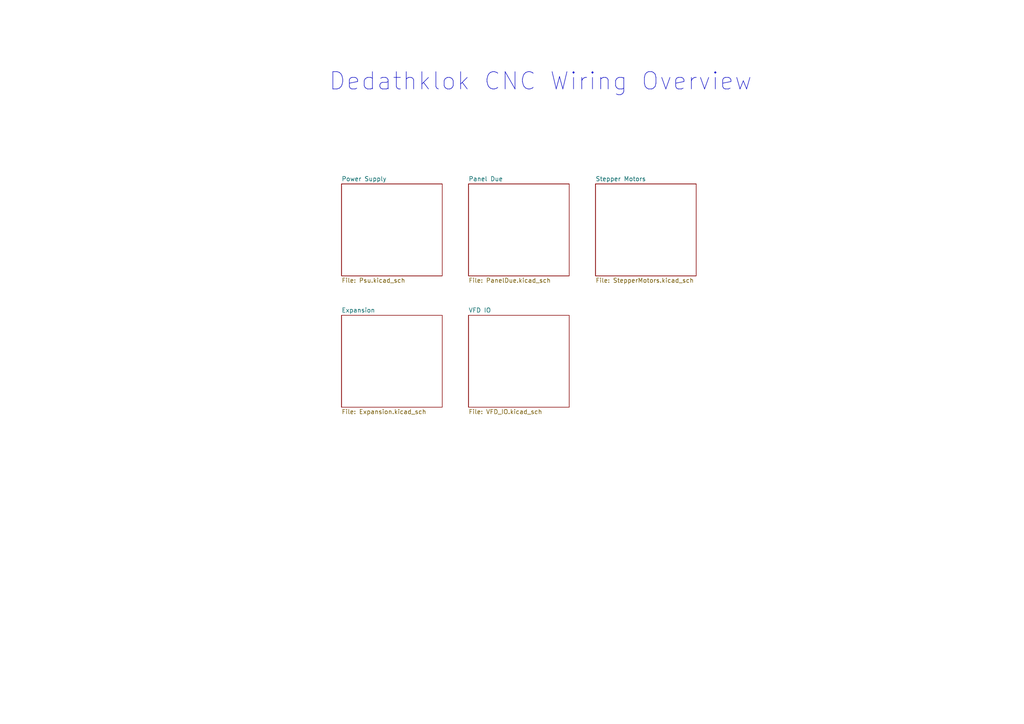
<source format=kicad_sch>
(kicad_sch (version 20211123) (generator eeschema)
  (paper "A4")
  (title_block (title "DethKlock CNC Wiring") (comment 1 "Uses Duet WIFI Board"))
  (lib_symbols)
  (text "Dedathklok CNC Wiring Overview" (at 95.25 26.67 0) (effects (font (size 5.02 5.02)) (justify left bottom)))
  (sheet (at 172.72 53.34) (size 29.21 26.67) (stroke (width 0.1524))
    (property "Sheet name" "Stepper Motors" (at 172.72 52.6284 0) (effects (justify left bottom)))
    (property "Sheet file" "StepperMotors.kicad_sch" (at 172.72 80.5946 0) (effects (justify left top)))
  )
  (sheet (at 135.89 91.44) (size 29.21 26.67) (stroke (width 0.1524))
    (property "Sheet name" "VFD IO" (at 135.89 90.7284 0) (effects (justify left bottom)))
    (property "Sheet file" "VFD_IO.kicad_sch" (at 135.89 118.6946 0) (effects (justify left top)))
  )
  (sheet (at 99.06 91.44) (size 29.21 26.67) (stroke (width 0.1524))
    (property "Sheet name" "Expansion" (at 99.06 90.7284 0) (effects (justify left bottom)))
    (property "Sheet file" "Expansion.kicad_sch" (at 99.06 118.6946 0) (effects (justify left top)))
  )
  (sheet (at 99.06 53.34) (size 29.21 26.67) (stroke (width 0.1524))
    (property "Sheet name" "Power Supply" (at 99.06 52.6284 0) (effects (justify left bottom)))
    (property "Sheet file" "Psu.kicad_sch" (at 99.06 80.5946 0) (effects (justify left top)))
  )
  (sheet (at 135.89 53.34) (size 29.21 26.67) (stroke (width 0.1524))
    (property "Sheet name" "Panel Due" (at 135.89 52.6284 0) (effects (justify left bottom)))
    (property "Sheet file" "PanelDue.kicad_sch" (at 135.89 80.5946 0) (effects (justify left top)))
  )
)
</source>
